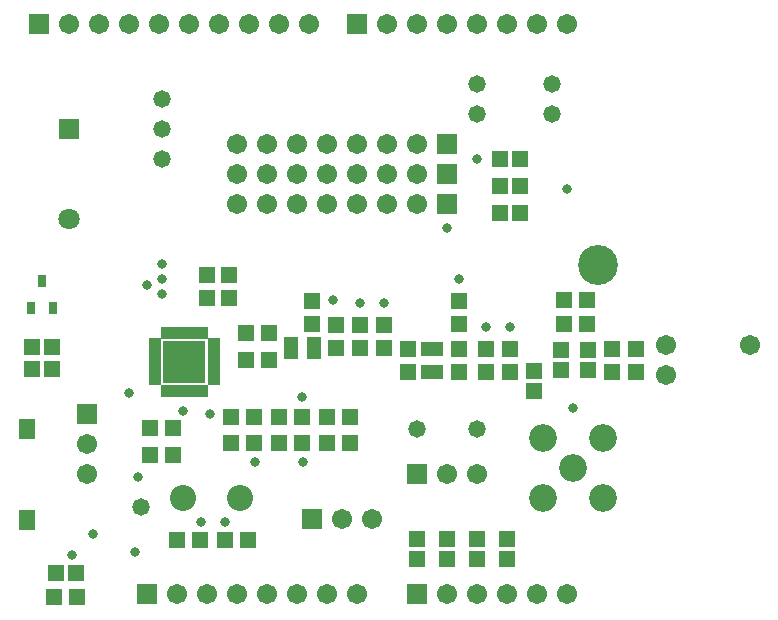
<source format=gts>
G04 Layer_Color=8388736*
%FSLAX25Y25*%
%MOIN*%
G70*
G01*
G75*
%ADD36R,0.05524X0.06706*%
%ADD37R,0.05200X0.05300*%
%ADD38R,0.03162X0.04343*%
%ADD39R,0.05300X0.05200*%
%ADD40R,0.14383X0.14383*%
%ADD41R,0.01902X0.04147*%
%ADD42R,0.04147X0.01902*%
%ADD43R,0.07257X0.04737*%
%ADD44R,0.04737X0.07257*%
%ADD45C,0.06706*%
%ADD46R,0.06706X0.06706*%
%ADD47C,0.07099*%
%ADD48R,0.07099X0.07099*%
%ADD49C,0.13300*%
%ADD50R,0.06706X0.06706*%
%ADD51C,0.09252*%
%ADD52C,0.08674*%
%ADD53C,0.05800*%
%ADD54C,0.03162*%
%ADD55C,0.02769*%
D36*
X10000Y75157D02*
D03*
Y44842D02*
D03*
D37*
X19700Y27000D02*
D03*
X26300D02*
D03*
X19200Y19000D02*
D03*
X26800D02*
D03*
X18300Y102500D02*
D03*
X11700D02*
D03*
Y95000D02*
D03*
X18300D02*
D03*
X76200Y38000D02*
D03*
X83800D02*
D03*
X67800D02*
D03*
X60200D02*
D03*
X51200Y66500D02*
D03*
X58800D02*
D03*
X51200Y75500D02*
D03*
X58800D02*
D03*
X85800Y70500D02*
D03*
X78200D02*
D03*
X85800Y79000D02*
D03*
X78200D02*
D03*
X101800Y70500D02*
D03*
X94200D02*
D03*
X101800Y79000D02*
D03*
X94200D02*
D03*
X117800Y70500D02*
D03*
X110200D02*
D03*
X117800Y79000D02*
D03*
X110200D02*
D03*
X83200Y107000D02*
D03*
X90800D02*
D03*
X83200Y98000D02*
D03*
X90800D02*
D03*
X189200Y110000D02*
D03*
X196800D02*
D03*
X189200Y118000D02*
D03*
X196800D02*
D03*
X174300Y165000D02*
D03*
X167700D02*
D03*
X174300Y156000D02*
D03*
X167700D02*
D03*
Y147000D02*
D03*
X174300D02*
D03*
D38*
X11260Y115472D02*
D03*
X18740D02*
D03*
X15000Y124528D02*
D03*
D39*
X154000Y101800D02*
D03*
Y94200D02*
D03*
X129000Y109800D02*
D03*
Y102200D02*
D03*
X121000Y109800D02*
D03*
Y102200D02*
D03*
X113000Y109800D02*
D03*
Y102200D02*
D03*
X171000Y101800D02*
D03*
Y94200D02*
D03*
X163000Y101800D02*
D03*
Y94200D02*
D03*
X137000Y101800D02*
D03*
Y94200D02*
D03*
X105000Y117800D02*
D03*
Y110200D02*
D03*
X213000Y101800D02*
D03*
Y94200D02*
D03*
X205000Y101800D02*
D03*
Y94200D02*
D03*
X154000Y117800D02*
D03*
Y110200D02*
D03*
X77500Y126300D02*
D03*
Y118700D02*
D03*
X70000Y126300D02*
D03*
Y118700D02*
D03*
X170000Y38300D02*
D03*
Y31700D02*
D03*
X140000D02*
D03*
Y38300D02*
D03*
X150000Y31700D02*
D03*
Y38300D02*
D03*
X160000Y31700D02*
D03*
Y38300D02*
D03*
X197000Y101300D02*
D03*
Y94700D02*
D03*
X188000D02*
D03*
Y101300D02*
D03*
X179000Y94300D02*
D03*
Y87700D02*
D03*
D40*
X62500Y97500D02*
D03*
D41*
X69390Y87756D02*
D03*
X67421D02*
D03*
X65453D02*
D03*
X63484D02*
D03*
X61516D02*
D03*
X59547D02*
D03*
X57579D02*
D03*
X55610D02*
D03*
Y107244D02*
D03*
X57579D02*
D03*
X59547D02*
D03*
X61516D02*
D03*
X63484D02*
D03*
X65453D02*
D03*
X67421D02*
D03*
X69390D02*
D03*
D42*
X52756Y90610D02*
D03*
Y92579D02*
D03*
Y94547D02*
D03*
Y96516D02*
D03*
Y98484D02*
D03*
Y100453D02*
D03*
Y102421D02*
D03*
Y104390D02*
D03*
X72244D02*
D03*
Y102421D02*
D03*
Y100453D02*
D03*
Y98484D02*
D03*
Y96516D02*
D03*
Y94547D02*
D03*
Y92579D02*
D03*
Y90610D02*
D03*
D43*
X145000Y101858D02*
D03*
Y94142D02*
D03*
D44*
X98142Y102000D02*
D03*
X105858D02*
D03*
D45*
X125000Y45000D02*
D03*
X115000D02*
D03*
X223000Y103000D02*
D03*
Y93000D02*
D03*
X110000Y20000D02*
D03*
X100000D02*
D03*
X80000D02*
D03*
X70000D02*
D03*
X60000D02*
D03*
X90000D02*
D03*
X120000D02*
D03*
X30000Y70000D02*
D03*
Y60000D02*
D03*
X180000Y20000D02*
D03*
X150000D02*
D03*
X160000D02*
D03*
X170000D02*
D03*
X190000D02*
D03*
X180000Y210000D02*
D03*
X170000D02*
D03*
X150000D02*
D03*
X140000D02*
D03*
X130000D02*
D03*
X160000D02*
D03*
X190000D02*
D03*
X150000Y60000D02*
D03*
X160000D02*
D03*
X74000Y210000D02*
D03*
X64000D02*
D03*
X44000D02*
D03*
X34000D02*
D03*
X24000D02*
D03*
X54000D02*
D03*
X84000D02*
D03*
X94000D02*
D03*
X104000D02*
D03*
X90000Y170000D02*
D03*
X140000D02*
D03*
X130000D02*
D03*
X120000D02*
D03*
X110000D02*
D03*
X100000D02*
D03*
X80000D02*
D03*
X90000Y160000D02*
D03*
X140000D02*
D03*
X130000D02*
D03*
X120000D02*
D03*
X110000D02*
D03*
X100000D02*
D03*
X80000D02*
D03*
X90000Y150000D02*
D03*
X140000D02*
D03*
X130000D02*
D03*
X120000D02*
D03*
X110000D02*
D03*
X100000D02*
D03*
X80000D02*
D03*
X251000Y103000D02*
D03*
D46*
X105000Y45000D02*
D03*
X50000Y20000D02*
D03*
X140000D02*
D03*
X120000Y210000D02*
D03*
X140000Y60000D02*
D03*
X14000Y210000D02*
D03*
X150000Y170000D02*
D03*
Y160000D02*
D03*
Y150000D02*
D03*
D47*
X24000Y145039D02*
D03*
D48*
Y174961D02*
D03*
D49*
X200551Y129803D02*
D03*
D50*
X30000Y80000D02*
D03*
D51*
X192000Y62000D02*
D03*
X182000Y72000D02*
D03*
X202000D02*
D03*
Y52000D02*
D03*
X182000D02*
D03*
D52*
X81213D02*
D03*
X62000D02*
D03*
D53*
X160000Y75000D02*
D03*
X140000D02*
D03*
X55000Y165000D02*
D03*
Y175000D02*
D03*
X160000Y180000D02*
D03*
Y190000D02*
D03*
X185000Y180000D02*
D03*
Y190000D02*
D03*
X48000Y49000D02*
D03*
X55000Y185000D02*
D03*
D54*
X50000Y123000D02*
D03*
X44000Y87000D02*
D03*
X55000Y130000D02*
D03*
X62000Y81000D02*
D03*
X101800Y85824D02*
D03*
X32000Y40000D02*
D03*
X76000Y44000D02*
D03*
X112000Y118000D02*
D03*
X129000Y117000D02*
D03*
X121000D02*
D03*
X154000Y125000D02*
D03*
X163000Y109000D02*
D03*
X171000D02*
D03*
X192000Y82000D02*
D03*
X55000Y120000D02*
D03*
Y125000D02*
D03*
X46000Y34000D02*
D03*
X71000Y80000D02*
D03*
X160000Y165000D02*
D03*
X150000Y142000D02*
D03*
X190000Y155000D02*
D03*
X86000Y64000D02*
D03*
X102000D02*
D03*
X68000Y44000D02*
D03*
X47000Y59000D02*
D03*
X25000Y33000D02*
D03*
D55*
X58169Y93169D02*
D03*
Y97500D02*
D03*
X62500Y101831D02*
D03*
X66831Y93169D02*
D03*
X58169Y101831D02*
D03*
X66831D02*
D03*
X62500Y97500D02*
D03*
X66831D02*
D03*
X62500Y93169D02*
D03*
M02*

</source>
